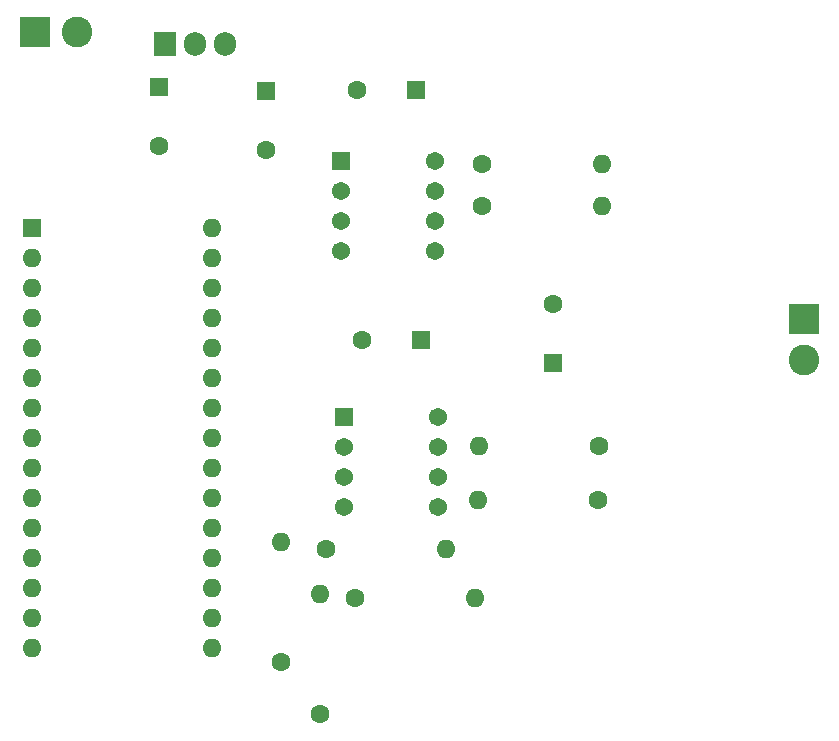
<source format=gbr>
%TF.GenerationSoftware,KiCad,Pcbnew,8.0.1*%
%TF.CreationDate,2024-04-25T09:29:02+05:30*%
%TF.ProjectId,Brushed Speed Controller,42727573-6865-4642-9053-706565642043,rev?*%
%TF.SameCoordinates,Original*%
%TF.FileFunction,Soldermask,Bot*%
%TF.FilePolarity,Negative*%
%FSLAX46Y46*%
G04 Gerber Fmt 4.6, Leading zero omitted, Abs format (unit mm)*
G04 Created by KiCad (PCBNEW 8.0.1) date 2024-04-25 09:29:02*
%MOMM*%
%LPD*%
G01*
G04 APERTURE LIST*
G04 Aperture macros list*
%AMRoundRect*
0 Rectangle with rounded corners*
0 $1 Rounding radius*
0 $2 $3 $4 $5 $6 $7 $8 $9 X,Y pos of 4 corners*
0 Add a 4 corners polygon primitive as box body*
4,1,4,$2,$3,$4,$5,$6,$7,$8,$9,$2,$3,0*
0 Add four circle primitives for the rounded corners*
1,1,$1+$1,$2,$3*
1,1,$1+$1,$4,$5*
1,1,$1+$1,$6,$7*
1,1,$1+$1,$8,$9*
0 Add four rect primitives between the rounded corners*
20,1,$1+$1,$2,$3,$4,$5,0*
20,1,$1+$1,$4,$5,$6,$7,0*
20,1,$1+$1,$6,$7,$8,$9,0*
20,1,$1+$1,$8,$9,$2,$3,0*%
G04 Aperture macros list end*
%ADD10C,1.600000*%
%ADD11O,1.600000X1.600000*%
%ADD12R,1.600000X1.600000*%
%ADD13RoundRect,0.102000X-0.669000X-0.669000X0.669000X-0.669000X0.669000X0.669000X-0.669000X0.669000X0*%
%ADD14C,1.542000*%
%ADD15R,1.905000X2.000000*%
%ADD16O,1.905000X2.000000*%
%ADD17R,2.600000X2.600000*%
%ADD18C,2.600000*%
G04 APERTURE END LIST*
D10*
%TO.C,R7*%
X143611600Y-120700800D03*
D11*
X143611600Y-110540800D03*
%TD*%
D10*
%TO.C,R4*%
X167132000Y-102565200D03*
D11*
X156972000Y-102565200D03*
%TD*%
D12*
%TO.C,C1*%
X163322000Y-90972451D03*
D10*
X163322000Y-85972451D03*
%TD*%
%TO.C,R6*%
X144119600Y-106730800D03*
D11*
X154279600Y-106730800D03*
%TD*%
D10*
%TO.C,R8*%
X146583400Y-110921800D03*
D11*
X156743400Y-110921800D03*
%TD*%
D13*
%TO.C,U2*%
X145671749Y-95580200D03*
D14*
X145671749Y-98120200D03*
X145671749Y-100660200D03*
X145671749Y-103200200D03*
X153611749Y-103200200D03*
X153611749Y-100660200D03*
X153611749Y-98120200D03*
X153611749Y-95580200D03*
%TD*%
D10*
%TO.C,R5*%
X140335000Y-116332000D03*
D11*
X140335000Y-106172000D03*
%TD*%
D12*
%TO.C,C5*%
X130000000Y-67597349D03*
D10*
X130000000Y-72597349D03*
%TD*%
D15*
%TO.C,U4*%
X130460000Y-63945000D03*
D16*
X133000000Y-63945000D03*
X135540000Y-63945000D03*
%TD*%
D17*
%TO.C,J1*%
X119500000Y-63000000D03*
D18*
X123000000Y-63000000D03*
%TD*%
D12*
%TO.C,C2*%
X152120600Y-89027000D03*
D10*
X147120600Y-89027000D03*
%TD*%
%TO.C,R2*%
X157312549Y-77698600D03*
D11*
X167472549Y-77698600D03*
%TD*%
D13*
%TO.C,U1*%
X145366949Y-73863200D03*
D14*
X145366949Y-76403200D03*
X145366949Y-78943200D03*
X145366949Y-81483200D03*
X153306949Y-81483200D03*
X153306949Y-78943200D03*
X153306949Y-76403200D03*
X153306949Y-73863200D03*
%TD*%
D12*
%TO.C,A1*%
X119202200Y-79552800D03*
D11*
X119202200Y-82092800D03*
X119202200Y-84632800D03*
X119202200Y-87172800D03*
X119202200Y-89712800D03*
X119202200Y-92252800D03*
X119202200Y-94792800D03*
X119202200Y-97332800D03*
X119202200Y-99872800D03*
X119202200Y-102412800D03*
X119202200Y-104952800D03*
X119202200Y-107492800D03*
X119202200Y-110032800D03*
X119202200Y-112572800D03*
X119202200Y-115112800D03*
X134442200Y-115112800D03*
X134442200Y-112572800D03*
X134442200Y-110032800D03*
X134442200Y-107492800D03*
X134442200Y-104952800D03*
X134442200Y-102412800D03*
X134442200Y-99872800D03*
X134442200Y-97332800D03*
X134442200Y-94792800D03*
X134442200Y-92252800D03*
X134442200Y-89712800D03*
X134442200Y-87172800D03*
X134442200Y-84632800D03*
X134442200Y-82092800D03*
X134442200Y-79552800D03*
%TD*%
D12*
%TO.C,C4*%
X139000000Y-68000000D03*
D10*
X139000000Y-73000000D03*
%TD*%
D17*
%TO.C,J2*%
X184556400Y-87279600D03*
D18*
X184556400Y-90779600D03*
%TD*%
D10*
%TO.C,R1*%
X157287149Y-74142600D03*
D11*
X167447149Y-74142600D03*
%TD*%
D10*
%TO.C,R3*%
X167218549Y-98018600D03*
D11*
X157058549Y-98018600D03*
%TD*%
D12*
%TO.C,C3*%
X151724549Y-67919600D03*
D10*
X146724549Y-67919600D03*
%TD*%
M02*

</source>
